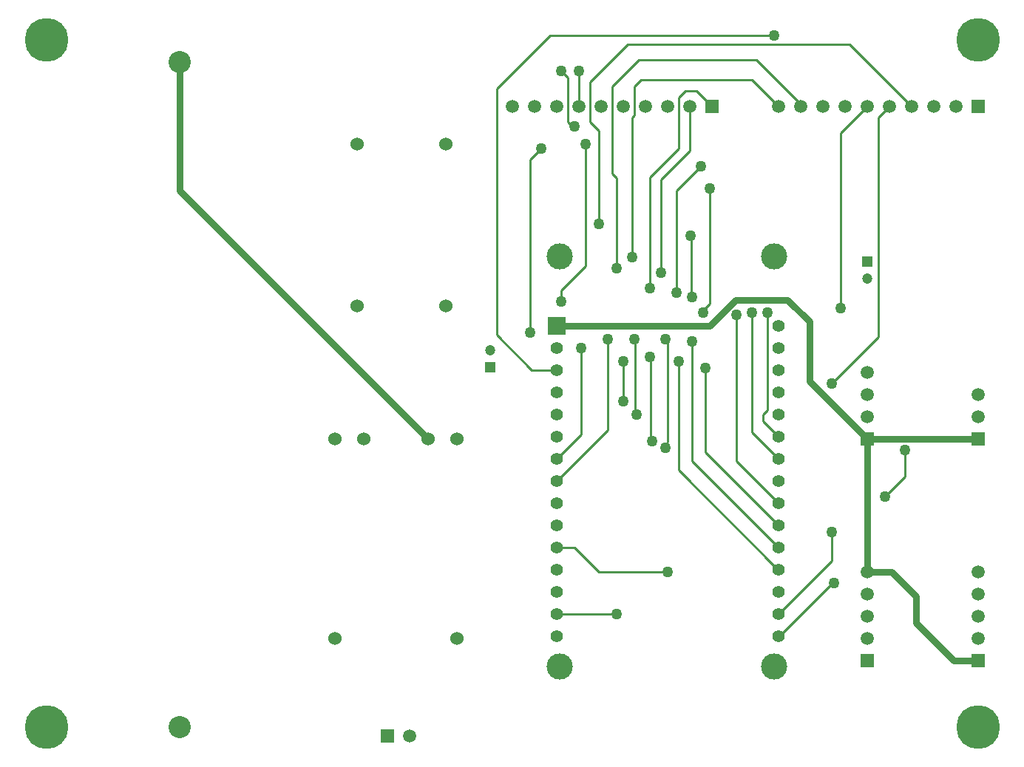
<source format=gbl>
%FSTAX23Y23*%
%MOIN*%
%SFA1B1*%

%IPPOS*%
%ADD13C,0.010000*%
%ADD20R,0.047240X0.047240*%
%ADD21C,0.047240*%
%ADD29C,0.030000*%
%ADD30R,0.078740X0.078740*%
%ADD31C,0.055000*%
%ADD32C,0.118110*%
%ADD33C,0.059060*%
%ADD34R,0.059060X0.059060*%
%ADD35R,0.059060X0.059060*%
%ADD36C,0.100000*%
%ADD37C,0.060000*%
%ADD38C,0.050000*%
%ADD39C,0.196850*%
%LNpcb1-1*%
%LPD*%
G54D13*
X0523Y0341D02*
X0525Y0343D01*
Y0387*
X0464Y0475D02*
X0465Y0476D01*
X0464Y0412D02*
Y0475D01*
X0465Y0476D02*
Y0489D01*
X0468Y0492*
X0484Y0442D02*
X0495Y0453D01*
X0484Y0396D02*
Y0442D01*
X04907Y03942D02*
X0491Y0394D01*
X04907Y03942D02*
Y04212D01*
X04905Y04215D02*
X04907Y04212D01*
X053Y0241D02*
X05305D01*
X05545Y0265*
X0555*
X0449Y027D02*
X048D01*
X0438Y0281D02*
X0449Y027D01*
X043Y0281D02*
X0438D01*
X043Y0281D02*
X043Y0281D01*
X04797Y03267D02*
Y03283D01*
X048Y03285*
Y03729*
X0479Y0326D02*
X04797Y03267D01*
X0496Y0388D02*
X0499Y0391D01*
X0496Y0387D02*
Y0388D01*
X0499Y0391D02*
Y0443D01*
X0477Y0447D02*
X049Y046D01*
X0477Y0405D02*
Y0447D01*
X0472Y0448D02*
X0485Y0461D01*
X0472Y0398D02*
Y0448D01*
X0497Y0324D02*
Y0362D01*
X0485Y0316D02*
Y0365D01*
X0472Y0367D02*
X04725Y03665D01*
Y03295D02*
Y03665D01*
X0468Y0492D02*
X0518D01*
X046Y0347D02*
Y0365D01*
X0578Y0304D02*
X0587Y0313D01*
Y0325*
X053Y0251D02*
X0554Y0275D01*
Y0288*
X0575Y0376D02*
Y0475D01*
X058Y048*
X0554Y0355D02*
X0575Y0376D01*
X0558Y0468D02*
X057Y048D01*
X0558Y0389D02*
Y0468D01*
X0435Y0473D02*
X0437Y0471D01*
X0438*
X0435Y0473D02*
Y0493D01*
X0432Y0496D02*
X0435Y0493D01*
X0523Y0338D02*
Y0341D01*
Y0338D02*
X053Y0331D01*
X0529Y0322D02*
X053D01*
X0518Y0333D02*
Y0387D01*
Y0333D02*
X0529Y0322D01*
X053Y0321D02*
Y0322D01*
X0511Y03199D02*
X053Y0301D01*
X0511Y03199D02*
Y03859D01*
X0497Y0324D02*
X053Y0291D01*
X0491Y032D02*
Y0374D01*
Y032D02*
X053Y0281D01*
X05299Y0271D02*
X053D01*
X0485Y0316D02*
X05299Y0271D01*
X0479Y03739D02*
X048Y03729D01*
X0479Y03739D02*
Y0375D01*
X049Y046D02*
Y048D01*
X0485Y0461D02*
Y0484D01*
X04725Y03295D02*
X0473Y0329D01*
X0465Y0375D02*
X04655Y03745D01*
Y03415D02*
Y03745D01*
Y03415D02*
X0466Y0341D01*
X0453Y0334D02*
Y0375D01*
X043Y0311D02*
X0453Y0334D01*
X044Y048D02*
Y0496D01*
X0443Y0408D02*
Y0463D01*
X0427Y0512D02*
X0528D01*
X0403Y0488D02*
X0427Y0512D01*
X0403Y0377D02*
Y0488D01*
X04189Y0361D02*
X043D01*
X0403Y0377D02*
X04189Y0361D01*
X0418Y0456D02*
X0423Y0461D01*
X0418Y0378D02*
Y0456D01*
X0432Y0397D02*
X0443Y0408D01*
X0432Y0392D02*
Y0397D01*
X043Y0321D02*
X0441Y0332D01*
Y0371*
X0562Y0508D02*
X059Y048D01*
X0462Y0508D02*
X0562D01*
X0445Y0491D02*
X0462Y0508D01*
X0445Y0473D02*
Y0491D01*
Y0473D02*
X0449Y0469D01*
Y0427D02*
Y0469D01*
X0455Y04495D02*
X0457Y04475D01*
X0455Y04495D02*
Y0489D01*
X0457Y0407D02*
Y04475D01*
X0455Y0489D02*
X0467Y0501D01*
X052*
X054Y048D02*
Y0481D01*
X052Y0501D02*
X054Y0481D01*
X0518Y0492D02*
X053Y048D01*
X0493Y0487D02*
X05Y048D01*
X0488Y0487D02*
X0493D01*
X0485Y0484D02*
X0488Y0487D01*
X0619Y0259D02*
X062Y026D01*
X043Y0251D02*
X04569D01*
X0457Y0251*
X043Y0251D02*
X043Y0251D01*
X034Y04622D02*
Y0463D01*
X03398Y04621D02*
X034Y04622D01*
G54D20*
X04Y03621D03*
X057Y041D03*
G54D21*
X04Y037D03*
X057Y04021D03*
G54D29*
X026Y0442D02*
X0372Y033D01*
X026Y0442D02*
Y05D01*
X05107Y03927D02*
X05342D01*
X043Y0381D02*
X0499D01*
X05107Y03927*
X05342D02*
X0544Y0383D01*
Y0356D02*
X057Y033D01*
X0544Y0356D02*
Y0383D01*
X057Y027D02*
Y033D01*
X062*
X0581Y027D02*
X0592Y0259D01*
X057Y027D02*
X0581D01*
X0592Y0247D02*
Y0259D01*
X0609Y023D02*
X062D01*
X0592Y0247D02*
X0609Y023D01*
G54D30*
X043Y0381D03*
G54D31*
X043Y0371D03*
Y0361D03*
Y0351D03*
Y0341D03*
Y0331D03*
Y0321D03*
Y0311D03*
Y0301D03*
Y0291D03*
Y0281D03*
Y0271D03*
Y0261D03*
Y0251D03*
Y0241D03*
X053Y0381D03*
Y0371D03*
Y0361D03*
Y0351D03*
Y0341D03*
Y0331D03*
Y0321D03*
Y0311D03*
Y0301D03*
Y0291D03*
Y0281D03*
Y0271D03*
Y0261D03*
Y0251D03*
Y0241D03*
G54D32*
X04316Y02274D03*
X05281D03*
Y04123D03*
X04316D03*
G54D33*
X062Y035D03*
Y034D03*
X057Y024D03*
Y025D03*
Y026D03*
Y027D03*
Y034D03*
Y035D03*
Y036D03*
X048Y048D03*
X041D03*
X042D03*
X043D03*
X044D03*
X045D03*
X046D03*
X047D03*
X049D03*
X03639Y0196D03*
X061Y048D03*
X059D03*
X058D03*
X057D03*
X056D03*
X055D03*
X054D03*
X053D03*
X06D03*
X062Y027D03*
Y026D03*
Y025D03*
Y024D03*
G54D34*
X062Y033D03*
X057Y023D03*
Y033D03*
X062Y023D03*
G54D35*
X05Y048D03*
X03539Y0196D03*
X062Y048D03*
G54D36*
X026Y02D03*
Y05D03*
G54D37*
X0385Y033D03*
X033D03*
X0343D03*
X0385Y024D03*
X0372Y033D03*
X033Y024D03*
X034Y039D03*
X038D03*
X034Y0463D03*
X038D03*
G54D38*
X0525Y0387D03*
X0495Y0453D03*
X04905Y04215D03*
X0555Y0265D03*
X048Y027D03*
X0479Y0326D03*
X0496Y0387D03*
X0491Y0394D03*
X0484Y0396D03*
X0477Y0405D03*
X0472Y0398D03*
X0497Y0362D03*
X0485Y0365D03*
X0472Y0367D03*
X0464Y0412D03*
X046Y0365D03*
X0587Y0325D03*
X0578Y0304D03*
X0554Y0288D03*
Y0355D03*
X0558Y0389D03*
X0438Y0471D03*
X0432Y0496D03*
X0518Y0387D03*
X0511Y03859D03*
X0499Y0443D03*
X0491Y0374D03*
X0479Y0375D03*
X0473Y0329D03*
X0466Y0341D03*
X0465Y0375D03*
X046Y0347D03*
X0453Y0375D03*
X044Y0496D03*
X0443Y0463D03*
X0528Y0512D03*
X0423Y0461D03*
X0418Y0378D03*
X0432Y0392D03*
X0441Y0371D03*
X0449Y0427D03*
X0457Y0407D03*
Y0251D03*
G54D39*
X062Y02D03*
Y051D03*
X02Y02D03*
Y051D03*
M02*
</source>
